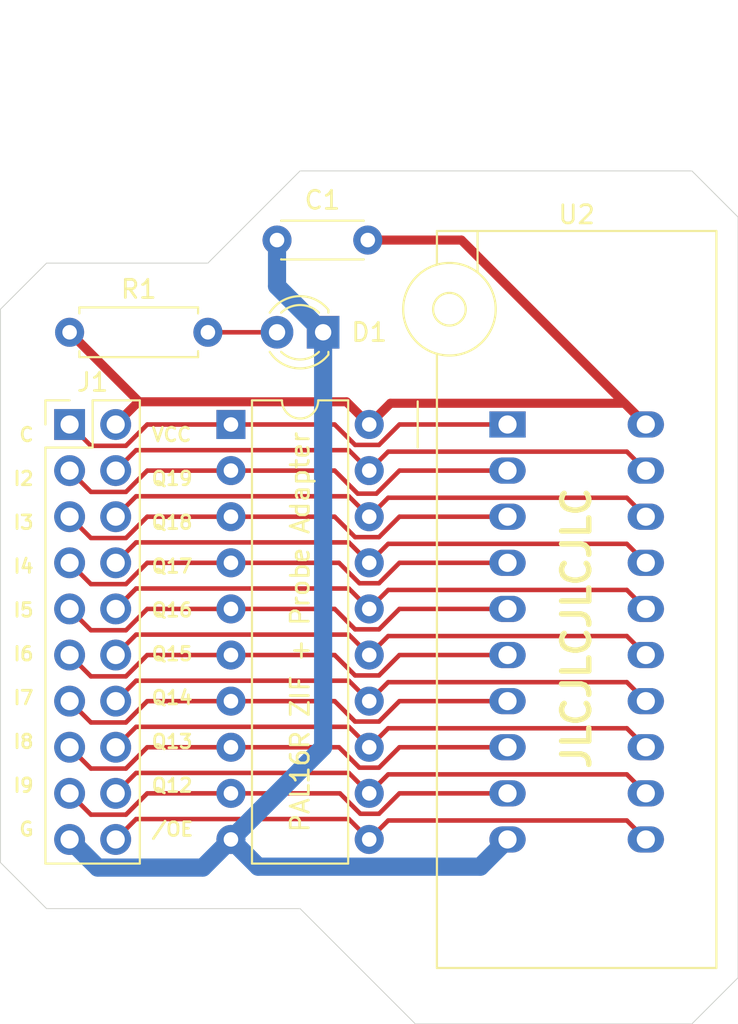
<source format=kicad_pcb>
(kicad_pcb (version 20221018) (generator pcbnew)
  (title_block (title "PAL16R LART") (date "2021-12-08") (rev "1.0") (company "Lostwave") (comment 1 "https://68kmla.org"))
  (layers (0 "F.Cu" signal) (31 "B.Cu" signal) (37 "F.SilkS" user "F.Silkscreen") (38 "B.Mask" user) (39 "F.Mask" user) (44 "Edge.Cuts" user))
  (net 0 "")
  (net 1 "VCC")
  (net 2 "GND")
  (net 3 "Net-(D1-Pad2)")
  (net 4 "/IO19")
  (net 5 "/IO18")
  (net 6 "/IO17")
  (net 7 "/IO16")
  (net 8 "/IO15")
  (net 9 "/IO14")
  (net 10 "/IO13")
  (net 11 "/IO12")
  (net 12 "/~{OE}")
  (net 13 "/I9")
  (net 14 "/I8")
  (net 15 "/I7")
  (net 16 "/I6")
  (net 17 "/I5")
  (net 18 "/I4")
  (net 19 "/I3")
  (net 20 "/I2")
  (net 21 "/CLK")
  (footprint "LED_THT:LED_D3.0mm" (layer "F.Cu") (at 193.04 76.2 180)
    (fp_text reference "D1" (at -2.54 0) (layer "F.SilkS"))
    (fp_text value "LED")
    (fp_line (start -0.29 -1.236) (end -0.29 -1.08) (stroke (width 0.12)) (layer "F.SilkS"))
    (fp_line (start -0.29 1.08) (end -0.29 1.236) (stroke (width 0.12)) (layer "F.SilkS"))
    (fp_arc (start -0.29 -1.235516) (mid 1.366487 -1.987659) (end 2.942335 -1.078608) (stroke (width 0.12)) (layer "F.SilkS"))
    (fp_arc (start 0.229039 -1.08) (mid 1.270117 -1.5) (end 2.31113 -1.079837) (stroke (width 0.12)) (layer "F.SilkS"))
    (fp_arc (start 2.31113 1.079837) (mid 1.270117 1.5) (end 0.229039 1.08) (stroke (width 0.12)) (layer "F.SilkS"))
    (fp_arc (start 2.942335 1.078608) (mid 1.366487 1.987659) (end -0.29 1.235516) (stroke (width 0.12)) (layer "F.SilkS"))
    (pad "1" thru_hole rect (at 0 0 180) (size 1.8 1.8) (drill 0.9) (layers "*.Cu" "*.Mask") (net 2 "GND"))
    (pad "2" thru_hole circle (at 2.54 0 180) (size 1.8 1.8) (drill 0.9) (layers "*.Cu" "*.Mask") (net 3 "Net-(D1-Pad2)"))
  )
  (footprint "Resistor_THT:R_Axial_DIN0207_L6.3mm_D2.5mm_P7.62mm_Horizontal" (layer "F.Cu") (at 179.07 76.2)
    (fp_text reference "R1" (at 3.81 -2.37) (layer "F.SilkS"))
    (fp_text value "R")
    (fp_line (start 0.54 -1.37) (end 7.08 -1.37) (stroke (width 0.12)) (layer "F.SilkS"))
    (fp_line (start 0.54 -1.04) (end 0.54 -1.37) (stroke (width 0.12)) (layer "F.SilkS"))
    (fp_line (start 0.54 1.04) (end 0.54 1.37) (stroke (width 0.12)) (layer "F.SilkS"))
    (fp_line (start 0.54 1.37) (end 7.08 1.37) (stroke (width 0.12)) (layer "F.SilkS"))
    (fp_line (start 7.08 -1.37) (end 7.08 -1.04) (stroke (width 0.12)) (layer "F.SilkS"))
    (fp_line (start 7.08 1.37) (end 7.08 1.04) (stroke (width 0.12)) (layer "F.SilkS"))
    (pad "1" thru_hole circle (at 0 0) (size 1.6 1.6) (drill 0.8) (layers "*.Cu" "*.Mask") (net 1 "VCC"))
    (pad "2" thru_hole oval (at 7.62 0) (size 1.6 1.6) (drill 0.8) (layers "*.Cu" "*.Mask") (net 3 "Net-(D1-Pad2)"))
  )
  (footprint "Socket:DIP_Socket-20_W4.3_W5.08_W7.62_W10.16_W10.9_3M_220-3342-00-0602J" (layer "F.Cu") (at 203.2 81.28)
    (fp_text reference "U2" (at 3.81 -11.56) (layer "F.SilkS"))
    (fp_text value "DIP 20 ZIF")
    (fp_line (start -4.95 1.27) (end -4.95 -1.27) (stroke (width 0.12)) (layer "F.SilkS"))
    (fp_line (start -3.89 -10.66) (end -3.89 -8.8) (stroke (width 0.12)) (layer "F.SilkS"))
    (fp_line (start -3.89 -3.9) (end -3.89 29.94) (stroke (width 0.12)) (layer "F.SilkS"))
    (fp_line (start -3.89 29.94) (end 11.51 29.94) (stroke (width 0.12)) (layer "F.SilkS"))
    (fp_line (start -1.65 -10.66) (end -1.65 -8.4) (stroke (width 0.12)) (layer "F.SilkS"))
    (fp_line (start 11.51 -10.66) (end -3.89 -10.66) (stroke (width 0.12)) (layer "F.SilkS"))
    (fp_line (start 11.51 29.94) (end 11.51 -10.66) (stroke (width 0.12)) (layer "F.SilkS"))
    (fp_circle (center -3.2 -6.35) (end -2.3 -6.35) (stroke (width 0.12)) (fill none) (layer "F.SilkS"))
    (fp_circle (center -3.2 -6.35) (end -0.65 -6.35) (stroke (width 0.12)) (fill none) (layer "F.SilkS"))
    (pad "1" thru_hole rect (at 0 0) (size 2 1.44) (drill 1) (layers "*.Cu" "*.Mask") (net 21 "/CLK"))
    (pad "2" thru_hole oval (at 0 2.54) (size 2 1.44) (drill 1) (layers "*.Cu" "*.Mask") (net 20 "/I2"))
    (pad "3" thru_hole oval (at 0 5.08) (size 2 1.44) (drill 1) (layers "*.Cu" "*.Mask") (net 19 "/I3"))
    (pad "4" thru_hole oval (at 0 7.62) (size 2 1.44) (drill 1) (layers "*.Cu" "*.Mask") (net 18 "/I4"))
    (pad "5" thru_hole oval (at 0 10.16) (size 2 1.44) (drill 1) (layers "*.Cu" "*.Mask") (net 17 "/I5"))
    (pad "6" thru_hole oval (at 0 12.7) (size 2 1.44) (drill 1) (layers "*.Cu" "*.Mask") (net 16 "/I6"))
    (pad "7" thru_hole oval (at 0 15.24) (size 2 1.44) (drill 1) (layers "*.Cu" "*.Mask") (net 15 "/I7"))
    (pad "8" thru_hole oval (at 0 17.78) (size 2 1.44) (drill 1) (layers "*.Cu" "*.Mask") (net 14 "/I8"))
    (pad "9" thru_hole oval (at 0 20.32) (size 2 1.44) (drill 1) (layers "*.Cu" "*.Mask") (net 13 "/I9"))
    (pad "10" thru_hole oval (at 0 22.86) (size 2 1.44) (drill 1) (layers "*.Cu" "*.Mask") (net 2 "GND"))
    (pad "11" thru_hole oval (at 7.62 22.86) (size 2 1.44) (drill 1) (layers "*.Cu" "*.Mask") (net 12 "/~{OE}"))
    (pad "12" thru_hole oval (at 7.62 20.32) (size 2 1.44) (drill 1) (layers "*.Cu" "*.Mask") (net 11 "/IO12"))
    (pad "13" thru_hole oval (at 7.62 17.78) (size 2 1.44) (drill 1) (layers "*.Cu" "*.Mask") (net 10 "/IO13"))
    (pad "14" thru_hole oval (at 7.62 15.24) (size 2 1.44) (drill 1) (layers "*.Cu" "*.Mask") (net 9 "/IO14"))
    (pad "15" thru_hole oval (at 7.62 12.7) (size 2 1.44) (drill 1) (layers "*.Cu" "*.Mask") (net 8 "/IO15"))
    (pad "16" thru_hole oval (at 7.62 10.16) (size 2 1.44) (drill 1) (layers "*.Cu" "*.Mask") (net 7 "/IO16"))
    (pad "17" thru_hole oval (at 7.62 7.62) (size 2 1.44) (drill 1) (layers "*.Cu" "*.Mask") (net 6 "/IO17"))
    (pad "18" thru_hole oval (at 7.62 5.08) (size 2 1.44) (drill 1) (layers "*.Cu" "*.Mask") (net 5 "/IO18"))
    (pad "19" thru_hole oval (at 7.62 2.54) (size 2 1.44) (drill 1) (layers "*.Cu" "*.Mask") (net 4 "/IO19"))
    (pad "20" thru_hole oval (at 7.62 0) (size 2 1.44) (drill 1) (layers "*.Cu" "*.Mask") (net 1 "VCC"))
  )
  (footprint "Package_DIP:DIP-20_W7.62mm" (layer "F.Cu") (at 187.96 81.28)
    (fp_text reference "U1" hide)
    (fp_text value "PINS")
    (fp_line (start 1.16 -1.33) (end 1.16 24.19) (stroke (width 0.12)) (layer "F.SilkS"))
    (fp_line (start 1.16 24.19) (end 6.46 24.19) (stroke (width 0.12)) (layer "F.SilkS"))
    (fp_line (start 2.81 -1.33) (end 1.16 -1.33) (stroke (width 0.12)) (layer "F.SilkS"))
    (fp_line (start 6.46 -1.33) (end 4.81 -1.33) (stroke (width 0.12)) (layer "F.SilkS"))
    (fp_line (start 6.46 24.19) (end 6.46 -1.33) (stroke (width 0.12)) (layer "F.SilkS"))
    (fp_arc (start 4.81 -1.33) (mid 3.81 -0.33) (end 2.81 -1.33) (stroke (width 0.12)) (layer "F.SilkS"))
    (pad "1" thru_hole rect (at 0 0) (size 1.6 1.6) (drill 0.8) (layers "*.Cu" "*.Mask") (net 21 "/CLK"))
    (pad "2" thru_hole oval (at 0 2.54) (size 1.6 1.6) (drill 0.8) (layers "*.Cu" "*.Mask") (net 20 "/I2"))
    (pad "3" thru_hole oval (at 0 5.08) (size 1.6 1.6) (drill 0.8) (layers "*.Cu" "*.Mask") (net 19 "/I3"))
    (pad "4" thru_hole oval (at 0 7.62) (size 1.6 1.6) (drill 0.8) (layers "*.Cu" "*.Mask") (net 18 "/I4"))
    (pad "5" thru_hole oval (at 0 10.16) (size 1.6 1.6) (drill 0.8) (layers "*.Cu" "*.Mask") (net 17 "/I5"))
    (pad "6" thru_hole oval (at 0 12.7) (size 1.6 1.6) (drill 0.8) (layers "*.Cu" "*.Mask") (net 16 "/I6"))
    (pad "7" thru_hole oval (at 0 15.24) (size 1.6 1.6) (drill 0.8) (layers "*.Cu" "*.Mask") (net 15 "/I7"))
    (pad "8" thru_hole oval (at 0 17.78) (size 1.6 1.6) (drill 0.8) (layers "*.Cu" "*.Mask") (net 14 "/I8"))
    (pad "9" thru_hole oval (at 0 20.32) (size 1.6 1.6) (drill 0.8) (layers "*.Cu" "*.Mask") (net 13 "/I9"))
    (pad "10" thru_hole oval (at 0 22.86) (size 1.6 1.6) (drill 0.8) (layers "*.Cu" "*.Mask") (net 2 "GND"))
    (pad "11" thru_hole oval (at 7.62 22.86) (size 1.6 1.6) (drill 0.8) (layers "*.Cu" "*.Mask") (net 12 "/~{OE}"))
    (pad "12" thru_hole oval (at 7.62 20.32) (size 1.6 1.6) (drill 0.8) (layers "*.Cu" "*.Mask") (net 11 "/IO12"))
    (pad "13" thru_hole oval (at 7.62 17.78) (size 1.6 1.6) (drill 0.8) (layers "*.Cu" "*.Mask") (net 10 "/IO13"))
    (pad "14" thru_hole oval (at 7.62 15.24) (size 1.6 1.6) (drill 0.8) (layers "*.Cu" "*.Mask") (net 9 "/IO14"))
    (pad "15" thru_hole oval (at 7.62 12.7) (size 1.6 1.6) (drill 0.8) (layers "*.Cu" "*.Mask") (net 8 "/IO15"))
    (pad "16" thru_hole oval (at 7.62 10.16) (size 1.6 1.6) (drill 0.8) (layers "*.Cu" "*.Mask") (net 7 "/IO16"))
    (pad "17" thru_hole oval (at 7.62 7.62) (size 1.6 1.6) (drill 0.8) (layers "*.Cu" "*.Mask") (net 6 "/IO17"))
    (pad "18" thru_hole oval (at 7.62 5.08) (size 1.6 1.6) (drill 0.8) (layers "*.Cu" "*.Mask") (net 5 "/IO18"))
    (pad "19" thru_hole oval (at 7.62 2.54) (size 1.6 1.6) (drill 0.8) (layers "*.Cu" "*.Mask") (net 4 "/IO19"))
    (pad "20" thru_hole oval (at 7.62 0) (size 1.6 1.6) (drill 0.8) (layers "*.Cu" "*.Mask") (net 1 "VCC"))
  )
  (footprint "Capacitor_THT:C_Disc_D4.3mm_W1.9mm_P5.00mm" (layer "F.Cu") (at 190.5 71.12)
    (fp_text reference "C1" (at 2.5 -2.2) (layer "F.SilkS"))
    (fp_text value "C")
    (fp_line (start 0.23 -1.07) (end 0.23 -1.055) (stroke (width 0.12)) (layer "F.SilkS"))
    (fp_line (start 0.23 -1.07) (end 4.77 -1.07) (stroke (width 0.12)) (layer "F.SilkS"))
    (fp_line (start 0.23 1.055) (end 0.23 1.07) (stroke (width 0.12)) (layer "F.SilkS"))
    (fp_line (start 0.23 1.07) (end 4.77 1.07) (stroke (width 0.12)) (layer "F.SilkS"))
    (fp_line (start 4.77 -1.07) (end 4.77 -1.055) (stroke (width 0.12)) (layer "F.SilkS"))
    (fp_line (start 4.77 1.055) (end 4.77 1.07) (stroke (width 0.12)) (layer "F.SilkS"))
    (pad "1" thru_hole circle (at 0 0) (size 1.6 1.6) (drill 0.8) (layers "*.Cu" "*.Mask") (net 2 "GND"))
    (pad "2" thru_hole circle (at 5 0) (size 1.6 1.6) (drill 0.8) (layers "*.Cu" "*.Mask") (net 1 "VCC"))
  )
  (footprint "Connector_PinHeader_2.54mm:PinHeader_2x10_P2.54mm_Vertical" (layer "F.Cu") (at 179.07 81.28)
    (fp_text reference "J1" (at 1.27 -2.33) (layer "F.SilkS"))
    (fp_text value "Probe")
    (fp_line (start -1.33 -1.33) (end 0 -1.33) (stroke (width 0.12)) (layer "F.SilkS"))
    (fp_line (start -1.33 0) (end -1.33 -1.33) (stroke (width 0.12)) (layer "F.SilkS"))
    (fp_line (start -1.33 1.27) (end -1.33 24.19) (stroke (width 0.12)) (layer "F.SilkS"))
    (fp_line (start -1.33 1.27) (end 1.27 1.27) (stroke (width 0.12)) (layer "F.SilkS"))
    (fp_line (start -1.33 24.19) (end 3.87 24.19) (stroke (width 0.12)) (layer "F.SilkS"))
    (fp_line (start 1.27 -1.33) (end 3.87 -1.33) (stroke (width 0.12)) (layer "F.SilkS"))
    (fp_line (start 1.27 1.27) (end 1.27 -1.33) (stroke (width 0.12)) (layer "F.SilkS"))
    (fp_line (start 3.87 -1.33) (end 3.87 24.19) (stroke (width 0.12)) (layer "F.SilkS"))
    (pad "1" thru_hole rect (at 0 0) (size 1.7 1.7) (drill 1) (layers "*.Cu" "*.Mask") (net 21 "/CLK"))
    (pad "2" thru_hole oval (at 2.54 0) (size 1.7 1.7) (drill 1) (layers "*.Cu" "*.Mask") (net 1 "VCC"))
    (pad "3" thru_hole oval (at 0 2.54) (size 1.7 1.7) (drill 1) (layers "*.Cu" "*.Mask") (net 20 "/I2"))
    (pad "4" thru_hole oval (at 2.54 2.54) (size 1.7 1.7) (drill 1) (layers "*.Cu" "*.Mask") (net 4 "/IO19"))
    (pad "5" thru_hole oval (at 0 5.08) (size 1.7 1.7) (drill 1) (layers "*.Cu" "*.Mask") (net 19 "/I3"))
    (pad "6" thru_hole oval (at 2.54 5.08) (size 1.7 1.7) (drill 1) (layers "*.Cu" "*.Mask") (net 5 "/IO18"))
    (pad "7" thru_hole oval (at 0 7.62) (size 1.7 1.7) (drill 1) (layers "*.Cu" "*.Mask") (net 18 "/I4"))
    (pad "8" thru_hole oval (at 2.54 7.62) (size 1.7 1.7) (drill 1) (layers "*.Cu" "*.Mask") (net 6 "/IO17"))
    (pad "9" thru_hole oval (at 0 10.16) (size 1.7 1.7) (drill 1) (layers "*.Cu" "*.Mask") (net 17 "/I5"))
    (pad "10" thru_hole oval (at 2.54 10.16) (size 1.7 1.7) (drill 1) (layers "*.Cu" "*.Mask") (net 7 "/IO16"))
    (pad "11" thru_hole oval (at 0 12.7) (size 1.7 1.7) (drill 1) (layers "*.Cu" "*.Mask") (net 16 "/I6"))
    (pad "12" thru_hole oval (at 2.54 12.7) (size 1.7 1.7) (drill 1) (layers "*.Cu" "*.Mask") (net 8 "/IO15"))
    (pad "13" thru_hole oval (at 0 15.24) (size 1.7 1.7) (drill 1) (layers "*.Cu" "*.Mask") (net 15 "/I7"))
    (pad "14" thru_hole oval (at 2.54 15.24) (size 1.7 1.7) (drill 1) (layers "*.Cu" "*.Mask") (net 9 "/IO14"))
    (pad "15" thru_hole oval (at 0 17.78) (size 1.7 1.7) (drill 1) (layers "*.Cu" "*.Mask") (net 14 "/I8"))
    (pad "16" thru_hole oval (at 2.54 17.78) (size 1.7 1.7) (drill 1) (layers "*.Cu" "*.Mask") (net 10 "/IO13"))
    (pad "17" thru_hole oval (at 0 20.32) (size 1.7 1.7) (drill 1) (layers "*.Cu" "*.Mask") (net 13 "/I9"))
    (pad "18" thru_hole oval (at 2.54 20.32) (size 1.7 1.7) (drill 1) (layers "*.Cu" "*.Mask") (net 11 "/IO12"))
    (pad "19" thru_hole oval (at 0 22.86) (size 1.7 1.7) (drill 1) (layers "*.Cu" "*.Mask") (net 2 "GND"))
    (pad "20" thru_hole oval (at 2.54 22.86) (size 1.7 1.7) (drill 1) (layers "*.Cu" "*.Mask") (net 12 "/~{OE}"))
  )
  (gr_line (start 214.63 68.58) (end 215.9 69.85) (stroke (width 0.05)) (layer "Edge.Cuts"))
  (gr_line (start 191.77 67.31) (end 190.5 68.58) (stroke (width 0.05)) (layer "Edge.Cuts"))
  (gr_line (start 175.26 105.41) (end 175.26 74.93) (stroke (width 0.05)) (layer "Edge.Cuts"))
  (gr_line (start 191.77 107.95) (end 177.8 107.95) (stroke (width 0.05)) (layer "Edge.Cuts"))
  (gr_line (start 198.12 114.3) (end 191.77 107.95) (stroke (width 0.05)) (layer "Edge.Cuts"))
  (gr_line (start 214.63 68.58) (end 213.36 67.31) (stroke (width 0.05)) (layer "Edge.Cuts"))
  (gr_line (start 177.8 72.39) (end 186.69 72.39) (stroke (width 0.05)) (layer "Edge.Cuts"))
  (gr_line (start 175.26 74.93) (end 177.8 72.39) (stroke (width 0.05)) (layer "Edge.Cuts"))
  (gr_line (start 215.9 69.85) (end 215.9 111.76) (stroke (width 0.05)) (layer "Edge.Cuts"))
  (gr_line (start 215.9 111.76) (end 213.36 114.3) (stroke (width 0.05)) (layer "Edge.Cuts"))
  (gr_line (start 213.36 67.31) (end 191.77 67.31) (stroke (width 0.05)) (layer "Edge.Cuts"))
  (gr_line (start 213.36 114.3) (end 198.12 114.3) (stroke (width 0.05)) (layer "Edge.Cuts"))
  (gr_line (start 177.8 107.95) (end 175.26 105.41) (stroke (width 0.05)) (layer "Edge.Cuts"))
  (gr_line (start 186.69 72.39) (end 190.5 68.58) (stroke (width 0.05)) (layer "Edge.Cuts"))
  (gr_text "VCC\n\nQ19\n\nQ18\n\nQ17\n\nQ16\n\nQ15\n\nQ14\n\nQ13\n\nQ12\n\n/OE" (at 183.515 92.71) (layer "F.SilkS") (effects (font (size 0.75 0.75)) (justify left)))
  (gr_text "C\n\nI2\n\nI3\n\nI4\n\nI5\n\nI6\n\nI7\n\nI8\n\nI9\n\nG" (at 177.165 92.71) (layer "F.SilkS") (effects (font (size 0.75 0.75)) (justify right)))
  (gr_text "PAL16R ZIF + Probe Adapter" (at 191.77 92.71 90) (layer "F.SilkS") (effects (font (size 1 1))))
  (gr_text "JLCJLCJLCJLC" (at 207 92.5 90) (layer "F.SilkS") (effects (font (size 1.5 1.5) (thickness 0.3))))
  (segment (start 182.860001 80.029999) (end 182.860001 79.990001) (width 0.5) (layer "F.Cu") (net 1))
  (segment (start 196.750001 80.109999) (end 209.649999 80.109999) (width 0.5) (layer "F.Cu") (net 1))
  (segment (start 195.58 81.28) (end 194.329999 80.029999) (width 0.5) (layer "F.Cu") (net 1))
  (segment (start 194.329999 80.029999) (end 182.860001 80.029999) (width 0.5) (layer "F.Cu") (net 1))
  (segment (start 195.58 81.28) (end 196.750001 80.109999) (width 0.5) (layer "F.Cu") (net 1))
  (segment (start 200.66 71.12) (end 210.82 81.28) (width 0.5) (layer "F.Cu") (net 1))
  (segment (start 182.860001 79.990001) (end 179.07 76.2) (width 0.5) (layer "F.Cu") (net 1))
  (segment (start 209.649999 80.109999) (end 210.82 81.28) (width 0.5) (layer "F.Cu") (net 1))
  (segment (start 182.860001 80.029999) (end 181.61 81.28) (width 0.5) (layer "F.Cu") (net 1))
  (segment (start 195.5 71.12) (end 200.66 71.12) (width 0.5) (layer "F.Cu") (net 1))
  (segment (start 189.460001 105.640001) (end 187.96 104.14) (width 1) (layer "B.Cu") (net 2))
  (segment (start 193.04 99.06) (end 187.96 104.14) (width 1) (layer "B.Cu") (net 2))
  (segment (start 190.5 71.12) (end 190.5 73.66) (width 1) (layer "B.Cu") (net 2))
  (segment (start 190.5 73.66) (end 193.04 76.2) (width 1) (layer "B.Cu") (net 2))
  (segment (start 186.409999 105.690001) (end 180.620001 105.690001) (width 1) (layer "B.Cu") (net 2))
  (segment (start 187.96 104.14) (end 186.409999 105.690001) (width 1) (layer "B.Cu") (net 2))
  (segment (start 203.2 104.14) (end 201.699999 105.640001) (width 1) (layer "B.Cu") (net 2))
  (segment (start 193.04 76.2) (end 193.04 99.06) (width 1) (layer "B.Cu") (net 2))
  (segment (start 180.620001 105.690001) (end 179.07 104.14) (width 1) (layer "B.Cu") (net 2))
  (segment (start 201.699999 105.640001) (end 189.460001 105.640001) (width 1) (layer "B.Cu") (net 2))
  (segment (start 186.69 76.2) (end 190.5 76.2) (width 0.25) (layer "F.Cu") (net 3))
  (segment (start 209.77499 82.77499) (end 210.82 83.82) (width 0.25) (layer "F.Cu") (net 4))
  (segment (start 181.61 83.82) (end 182.735001 82.694999) (width 0.25) (layer "F.Cu") (net 4))
  (segment (start 196.62501 82.77499) (end 209.77499 82.77499) (width 0.25) (layer "F.Cu") (net 4))
  (segment (start 182.735001 82.694999) (end 194.454999 82.694999) (width 0.25) (layer "F.Cu") (net 4))
  (segment (start 195.58 83.82) (end 196.62501 82.77499) (width 0.25) (layer "F.Cu") (net 4))
  (segment (start 194.454999 82.694999) (end 195.58 83.82) (width 0.25) (layer "F.Cu") (net 4))
  (segment (start 182.735001 85.234999) (end 194.454999 85.234999) (width 0.25) (layer "F.Cu") (net 5))
  (segment (start 195.58 86.36) (end 196.62501 85.31499) (width 0.25) (layer "F.Cu") (net 5))
  (segment (start 181.61 86.36) (end 182.735001 85.234999) (width 0.25) (layer "F.Cu") (net 5))
  (segment (start 209.77499 85.31499) (end 210.82 86.36) (width 0.25) (layer "F.Cu") (net 5))
  (segment (start 194.454999 85.234999) (end 195.58 86.36) (width 0.25) (layer "F.Cu") (net 5))
  (segment (start 196.62501 85.31499) (end 209.77499 85.31499) (width 0.25) (layer "F.Cu") (net 5))
  (segment (start 194.454999 87.774999) (end 195.58 88.9) (width 0.25) (layer "F.Cu") (net 6))
  (segment (start 196.62501 87.85499) (end 209.77499 87.85499) (width 0.25) (layer "F.Cu") (net 6))
  (segment (start 182.735001 87.774999) (end 194.454999 87.774999) (width 0.25) (layer "F.Cu") (net 6))
  (segment (start 195.58 88.9) (end 196.62501 87.85499) (width 0.25) (layer "F.Cu") (net 6))
  (segment (start 209.77499 87.85499) (end 210.82 88.9) (width 0.25) (layer "F.Cu") (net 6))
  (segment (start 181.61 88.9) (end 182.735001 87.774999) (width 0.25) (layer "F.Cu") (net 6))
  (segment (start 196.62501 90.39499) (end 209.77499 90.39499) (width 0.25) (layer "F.Cu") (net 7))
  (segment (start 182.735001 90.314999) (end 194.454999 90.314999) (width 0.25) (layer "F.Cu") (net 7))
  (segment (start 195.58 91.44) (end 196.62501 90.39499) (width 0.25) (layer "F.Cu") (net 7))
  (segment (start 209.77499 90.39499) (end 210.82 91.44) (width 0.25) (layer "F.Cu") (net 7))
  (segment (start 194.454999 90.314999) (end 195.58 91.44) (width 0.25) (layer "F.Cu") (net 7))
  (segment (start 181.61 91.44) (end 182.735001 90.314999) (width 0.25) (layer "F.Cu") (net 7))
  (segment (start 195.58 93.98) (end 196.62501 92.93499) (width 0.25) (layer "F.Cu") (net 8))
  (segment (start 182.735001 92.854999) (end 194.454999 92.854999) (width 0.25) (layer "F.Cu") (net 8))
  (segment (start 181.61 93.98) (end 182.735001 92.854999) (width 0.25) (layer "F.Cu") (net 8))
  (segment (start 194.454999 92.854999) (end 195.58 93.98) (width 0.25) (layer "F.Cu") (net 8))
  (segment (start 196.62501 92.93499) (end 209.77499 92.93499) (width 0.25) (layer "F.Cu") (net 8))
  (segment (start 209.77499 92.93499) (end 210.82 93.98) (width 0.25) (layer "F.Cu") (net 8))
  (segment (start 181.61 96.52) (end 182.735001 95.394999) (width 0.25) (layer "F.Cu") (net 9))
  (segment (start 195.58 96.52) (end 196.62501 95.47499) (width 0.25) (layer "F.Cu") (net 9))
  (segment (start 196.62501 95.47499) (end 209.77499 95.47499) (width 0.25) (layer "F.Cu") (net 9))
  (segment (start 194.454999 95.394999) (end 195.58 96.52) (width 0.25) (layer "F.Cu") (net 9))
  (segment (start 182.735001 95.394999) (end 194.454999 95.394999) (width 0.25) (layer "F.Cu") (net 9))
  (segment (start 209.77499 95.47499) (end 210.82 96.52) (width 0.25) (layer "F.Cu") (net 9))
  (segment (start 195.58 99.06) (end 196.62501 98.01499) (width 0.25) (layer "F.Cu") (net 10))
  (segment (start 181.61 99.06) (end 182.735001 97.934999) (width 0.25) (layer "F.Cu") (net 10))
  (segment (start 182.735001 97.934999) (end 194.454999 97.934999) (width 0.25) (layer "F.Cu") (net 10))
  (segment (start 194.454999 97.934999) (end 195.58 99.06) (width 0.25) (layer "F.Cu") (net 10))
  (segment (start 196.62501 98.01499) (end 209.77499 98.01499) (width 0.25) (layer "F.Cu") (net 10))
  (segment (start 209.77499 98.01499) (end 210.82 99.06) (width 0.25) (layer "F.Cu") (net 10))
  (segment (start 195.58 101.6) (end 196.62501 100.55499) (width 0.25) (layer "F.Cu") (net 11))
  (segment (start 181.61 101.6) (end 182.735001 100.474999) (width 0.25) (layer "F.Cu") (net 11))
  (segment (start 196.62501 100.55499) (end 209.77499 100.55499) (width 0.25) (layer "F.Cu") (net 11))
  (segment (start 194.454999 100.474999) (end 195.58 101.6) (width 0.25) (layer "F.Cu") (net 11))
  (segment (start 182.735001 100.474999) (end 194.454999 100.474999) (width 0.25) (layer "F.Cu") (net 11))
  (segment (start 209.77499 100.55499) (end 210.82 101.6) (width 0.25) (layer "F.Cu") (net 11))
  (segment (start 182.735001 103.014999) (end 181.61 104.14) (width 0.25) (layer "F.Cu") (net 12))
  (segment (start 209.77499 103.09499) (end 210.82 104.14) (width 0.25) (layer "F.Cu") (net 12))
  (segment (start 194.454999 103.014999) (end 182.735001 103.014999) (width 0.25) (layer "F.Cu") (net 12))
  (segment (start 195.58 104.14) (end 196.62501 103.09499) (width 0.25) (layer "F.Cu") (net 12))
  (segment (start 196.62501 103.09499) (end 209.77499 103.09499) (width 0.25) (layer "F.Cu") (net 12))
  (segment (start 195.58 104.14) (end 194.454999 103.014999) (width 0.25) (layer "F.Cu") (net 12))
  (segment (start 197.245002 101.6) (end 196.120001 102.725001) (width 0.25) (layer "F.Cu") (net 13))
  (segment (start 196.120001 102.725001) (end 195.089999 102.725001) (width 0.25) (layer "F.Cu") (net 13))
  (segment (start 195.089999 102.725001) (end 193.964998 101.6) (width 0.25) (layer "F.Cu") (net 13))
  (segment (start 203.2 101.6) (end 197.245002 101.6) (width 0.25) (layer "F.Cu") (net 13))
  (segment (start 183.349002 101.6) (end 182.174001 102.775001) (width 0.25) (layer "F.Cu") (net 13))
  (segment (start 182.174001 102.775001) (end 180.245001 102.775001) (width 0.25) (layer "F.Cu") (net 13))
  (segment (start 180.245001 102.775001) (end 179.07 101.6) (width 0.25) (layer "F.Cu") (net 13))
  (segment (start 187.96 101.6) (end 183.349002 101.6) (width 0.25) (layer "F.Cu") (net 13))
  (segment (start 193.964998 101.6) (end 187.96 101.6) (width 0.25) (layer "F.Cu") (net 13))
  (segment (start 193.914998 99.06) (end 187.96 99.06) (width 0.25) (layer "F.Cu") (net 14))
  (segment (start 180.245001 100.235001) (end 179.07 99.06) (width 0.25) (layer "F.Cu") (net 14))
  (segment (start 182.174001 100.235001) (end 180.245001 100.235001) (width 0.25) (layer "F.Cu") (net 14))
  (segment (start 196.120001 100.185001) (end 195.039999 100.185001) (width 0.25) (layer "F.Cu") (net 14))
  (segment (start 183.349002 99.06) (end 182.174001 100.235001) (width 0.25) (layer "F.Cu") (net 14))
  (segment (start 203.2 99.06) (end 197.245002 99.06) (width 0.25) (layer "F.Cu") (net 14))
  (segment (start 197.245002 99.06) (end 196.120001 100.185001) (width 0.25) (layer "F.Cu") (net 14))
  (segment (start 195.039999 100.185001) (end 193.914998 99.06) (width 0.25) (layer "F.Cu") (net 14))
  (segment (start 187.96 99.06) (end 183.349002 99.06) (width 0.25) (layer "F.Cu") (net 14))
  (segment (start 183.349002 96.52) (end 182.174001 97.695001) (width 0.25) (layer "F.Cu") (net 15))
  (segment (start 194.801411 97.645001) (end 193.67641 96.52) (width 0.25) (layer "F.Cu") (net 15))
  (segment (start 196.120001 97.645001) (end 194.801411 97.645001) (width 0.25) (layer "F.Cu") (net 15))
  (segment (start 182.174001 97.695001) (end 180.245001 97.695001) (width 0.25) (layer "F.Cu") (net 15))
  (segment (start 187.96 96.52) (end 183.349002 96.52) (width 0.25) (layer "F.Cu") (net 15))
  (segment (start 203.2 96.52) (end 197.245002 96.52) (width 0.25) (layer "F.Cu") (net 15))
  (segment (start 180.245001 97.695001) (end 179.07 96.52) (width 0.25) (layer "F.Cu") (net 15))
  (segment (start 193.67641 96.52) (end 187.96 96.52) (width 0.25) (layer "F.Cu") (net 15))
  (segment (start 197.245002 96.52) (end 196.120001 97.645001) (width 0.25) (layer "F.Cu") (net 15))
  (segment (start 194.801411 95.105001) (end 193.67641 93.98) (width 0.25) (layer "F.Cu") (net 16))
  (segment (start 180.245001 95.155001) (end 179.07 93.98) (width 0.25) (layer "F.Cu") (net 16))
  (segment (start 183.349002 93.98) (end 182.174001 95.155001) (width 0.25) (layer "F.Cu") (net 16))
  (segment (start 196.120001 95.105001) (end 194.801411 95.105001) (width 0.25) (layer "F.Cu") (net 16))
  (segment (start 203.2 93.98) (end 197.245002 93.98) (width 0.25) (layer "F.Cu") (net 16))
  (segment (start 187.96 93.98) (end 183.349002 93.98) (width 0.25) (layer "F.Cu") (net 16))
  (segment (start 182.174001 95.155001) (end 180.245001 95.155001) (width 0.25) (layer "F.Cu") (net 16))
  (segment (start 193.67641 93.98) (end 187.96 93.98) (width 0.25) (layer "F.Cu") (net 16))
  (segment (start 197.245002 93.98) (end 196.120001 95.105001) (width 0.25) (layer "F.Cu") (net 16))
  (segment (start 196.120001 92.565001) (end 194.801411 92.565001) (width 0.25) (layer "F.Cu") (net 17))
  (segment (start 194.801411 92.565001) (end 193.67641 91.44) (width 0.25) (layer "F.Cu") (net 17))
  (segment (start 193.67641 91.44) (end 187.96 91.44) (width 0.25) (layer "F.Cu") (net 17))
  (segment (start 183.349002 91.44) (end 182.174001 92.615001) (width 0.25) (layer "F.Cu") (net 17))
  (segment (start 203.2 91.44) (end 197.245002 91.44) (width 0.25) (layer "F.Cu") (net 17))
  (segment (start 187.96 91.44) (end 183.349002 91.44) (width 0.25) (layer "F.Cu") (net 17))
  (segment (start 180.245001 92.615001) (end 179.07 91.44) (width 0.25) (layer "F.Cu") (net 17))
  (segment (start 182.174001 92.615001) (end 180.245001 92.615001) (width 0.25) (layer "F.Cu") (net 17))
  (segment (start 197.245002 91.44) (end 196.120001 92.565001) (width 0.25) (layer "F.Cu") (net 17))
  (segment (start 195.039999 90.025001) (end 193.914998 88.9) (width 0.25) (layer "F.Cu") (net 18))
  (segment (start 193.914998 88.9) (end 187.96 88.9) (width 0.25) (layer "F.Cu") (net 18))
  (segment (start 187.96 88.9) (end 183.349002 88.9) (width 0.25) (layer "F.Cu") (net 18))
  (segment (start 180.245001 90.075001) (end 179.07 88.9) (width 0.25) (layer "F.Cu") (net 18))
  (segment (start 196.120001 90.025001) (end 195.039999 90.025001) (width 0.25) (layer "F.Cu") (net 18))
  (segment (start 183.349002 88.9) (end 182.174001 90.075001) (width 0.25) (layer "F.Cu") (net 18))
  (segment (start 197.245002 88.9) (end 196.120001 90.025001) (width 0.25) (layer "F.Cu") (net 18))
  (segment (start 182.174001 90.075001) (end 180.245001 90.075001) (width 0.25) (layer "F.Cu") (net 18))
  (segment (start 203.2 88.9) (end 197.245002 88.9) (width 0.25) (layer "F.Cu") (net 18))
  (segment (start 197.245002 86.36) (end 196.120001 87.485001) (width 0.25) (layer "F.Cu") (net 19))
  (segment (start 187.96 86.36) (end 183.349002 86.36) (width 0.25) (layer "F.Cu") (net 19))
  (segment (start 182.174001 87.535001) (end 180.245001 87.535001) (width 0.25) (layer "F.Cu") (net 19))
  (segment (start 203.2 86.36) (end 197.245002 86.36) (width 0.25) (layer "F.Cu") (net 19))
  (segment (start 194.801411 87.485001) (end 193.67641 86.36) (width 0.25) (layer "F.Cu") (net 19))
  (segment (start 193.67641 86.36) (end 187.96 86.36) (width 0.25) (layer "F.Cu") (net 19))
  (segment (start 196.120001 87.485001) (end 194.801411 87.485001) (width 0.25) (layer "F.Cu") (net 19))
  (segment (start 183.349002 86.36) (end 182.174001 87.535001) (width 0.25) (layer "F.Cu") (net 19))
  (segment (start 180.245001 87.535001) (end 179.07 86.36) (width 0.25) (layer "F.Cu") (net 19))
  (segment (start 183.349002 83.82) (end 182.174001 84.995001) (width 0.25) (layer "F.Cu") (net 20))
  (segment (start 203.2 83.82) (end 197.245002 83.82) (width 0.25) (layer "F.Cu") (net 20))
  (segment (start 197.245002 83.82) (end 195.975002 85.09) (width 0.25) (layer "F.Cu") (net 20))
  (segment (start 193.67641 83.82) (end 187.96 83.82) (width 0.25) (layer "F.Cu") (net 20))
  (segment (start 182.174001 84.995001) (end 180.245001 84.995001) (width 0.25) (layer "F.Cu") (net 20))
  (segment (start 194.94641 85.09) (end 193.67641 83.82) (width 0.25) (layer "F.Cu") (net 20))
  (segment (start 187.96 83.82) (end 183.349002 83.82) (width 0.25) (layer "F.Cu") (net 20))
  (segment (start 195.975002 85.09) (end 194.94641 85.09) (width 0.25) (layer "F.Cu") (net 20))
  (segment (start 180.245001 84.995001) (end 179.07 83.82) (width 0.25) (layer "F.Cu") (net 20))
  (segment (start 196.120001 82.405001) (end 194.801411 82.405001) (width 0.25) (layer "F.Cu") (net 21))
  (segment (start 194.801411 82.405001) (end 193.67641 81.28) (width 0.25) (layer "F.Cu") (net 21))
  (segment (start 187.96 81.28) (end 183.349002 81.28) (width 0.25) (layer "F.Cu") (net 21))
  (segment (start 193.67641 81.28) (end 187.96 81.28) (width 0.25) (layer "F.Cu") (net 21))
  (segment (start 183.349002 81.28) (end 182.174001 82.455001) (width 0.25) (layer "F.Cu") (net 21))
  (segment (start 180.245001 82.455001) (end 179.07 81.28) (width 0.25) (layer "F.Cu") (net 21))
  (segment (start 203.2 81.28) (end 197.245002 81.28) (width 0.25) (layer "F.Cu") (net 21))
  (segment (start 197.245002 81.28) (end 196.120001 82.405001) (width 0.25) (layer "F.Cu") (net 21))
  (segment (start 182.174001 82.455001) (end 180.245001 82.455001) (width 0.25) (layer "F.Cu") (net 21))
)
</source>
